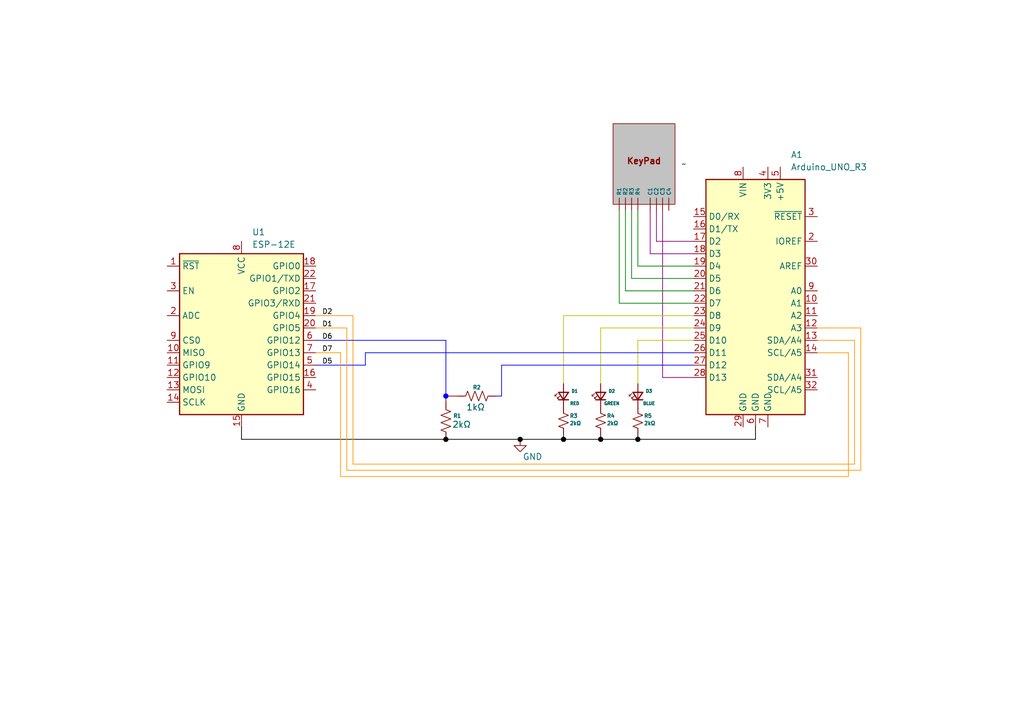
<source format=kicad_sch>
(kicad_sch (version 20250114) (generator "eeschema") (generator_version "9.0")
  (paper "A5")
  (title_block (title "Smart-Lock Wiring Schematic") (date "2025-05-09") (company "Università degli Studi di Cagliari") (comment 1 "Tommaso Caddeo") (comment 2 "Mat. 70/94/00019") (comment 3 "I.E.I.T. - Curriculum Informatica"))
  (lib_symbols
    (symbol "CustomLibrary:KeyPad"
      (symbol "KeyPad_1_1"
        (rectangle (start -6.35 7.62) (end 6.35 -8.89) (fill (type color) (color 194 194 194 1)))
        (text "KeyPad\n" (at 0 0 0) (effects (font (size 1.27 1.27) (thickness 0.254) (bold yes))))
        (pin output line (at -5.08 -10.16 90) (length 2.54) (name "R1") (number ""))
        (pin output line (at -3.81 -10.16 90) (length 2.54) (name "R2") (number ""))
        (pin output line (at -2.54 -10.16 90) (length 2.54) (name "R3") (number ""))
        (pin output line (at -1.27 -10.16 90) (length 2.54) (name "R4") (number ""))
        (pin output line (at 1.27 -10.16 90) (length 2.54) (name "C1") (number ""))
        (pin output line (at 2.54 -10.16 90) (length 2.54) (name "C2") (number ""))
        (pin output line (at 3.81 -10.16 90) (length 2.54) (name "C3") (number ""))
        (pin output line (at 5.08 -10.16 90) (length 2.54) (name "C4") (number ""))
      )
    )
    (symbol "Device:LED_Small" (pin_numbers (hide yes)) (pin_names (offset 0.254) (hide yes))
      (property "Reference" "D" (at -1.27 3.175 0))
      (property "Value" "LED_Small" (at -4.445 -2.54 0))
      (symbol "LED_Small_0_1"
        (polyline (pts (xy -0.762 -1.016) (xy -0.762 1.016)) (stroke (width 0.254)))
        (polyline (pts (xy 0 0.762) (xy -0.508 1.27) (xy -0.254 1.27) (xy -0.508 1.27) (xy -0.508 1.016)))
        (polyline (pts (xy 0.508 1.27) (xy 0 1.778) (xy 0.254 1.778) (xy 0 1.778) (xy 0 1.524)))
        (polyline (pts (xy 0.762 -1.016) (xy -0.762 0) (xy 0.762 1.016) (xy 0.762 -1.016)) (stroke (width 0.254)))
        (polyline (pts (xy 1.016 0) (xy -0.762 0)))
      )
      (symbol "LED_Small_1_1"
        (pin passive line (at -2.54 0 0) (length 1.778) (name "K") (number "1"))
        (pin passive line (at 2.54 0 180) (length 1.778) (name "A") (number "2"))
      )
    )
    (symbol "Device:R_Small_US" (pin_numbers (hide yes)) (pin_names (offset 0.254) (hide yes))
      (property "Reference" "R" (at 0.762 0.508 0))
      (property "Value" "R_Small_US" (at 0.762 -1.016 0))
      (symbol "R_Small_US_1_1"
        (polyline (pts (xy 0 1.524) (xy 1.016 1.143) (xy 0 0.762) (xy -1.016 0.381) (xy 0 0)))
        (polyline (pts (xy 0 0) (xy 1.016 -0.381) (xy 0 -0.762) (xy -1.016 -1.143) (xy 0 -1.524)))
        (pin passive line (at 0 2.54 270) (length 1.016) (name "~") (number "1"))
        (pin passive line (at 0 -2.54 90) (length 1.016) (name "~") (number "2"))
      )
    )
    (symbol "Device:R_US" (pin_numbers (hide yes)) (pin_names (offset 0))
      (property "Reference" "R" (at 2.54 0 90))
      (property "Value" "R_US" (at -2.54 0 90))
      (symbol "R_US_0_1"
        (polyline (pts (xy 0 2.286) (xy 0 2.54)))
        (polyline (pts (xy 0 2.286) (xy 1.016 1.905) (xy 0 1.524) (xy -1.016 1.143) (xy 0 0.762)))
        (polyline (pts (xy 0 0.762) (xy 1.016 0.381) (xy 0 0) (xy -1.016 -0.381) (xy 0 -0.762)))
        (polyline (pts (xy 0 -0.762) (xy 1.016 -1.143) (xy 0 -1.524) (xy -1.016 -1.905) (xy 0 -2.286)))
        (polyline (pts (xy 0 -2.286) (xy 0 -2.54)))
      )
      (symbol "R_US_1_1"
        (pin passive line (at 0 3.81 270) (length 1.27) (name "~") (number "1"))
        (pin passive line (at 0 -3.81 90) (length 1.27) (name "~") (number "2"))
      )
    )
    (symbol "MCU_Module:Arduino_UNO_R3"
      (property "Reference" "A" (at -10.16 23.495 0))
      (property "Value" "Arduino_UNO_R3" (at 5.08 -26.67 0))
      (symbol "Arduino_UNO_R3_0_1"
        (rectangle (start -10.16 22.86) (end 10.16 -25.4) (stroke (width 0.254)) (fill (type background)))
      )
      (symbol "Arduino_UNO_R3_1_1"
        (pin bidirectional line (at -12.7 15.24 0) (length 2.54) (name "D0/RX") (number "15"))
        (pin bidirectional line (at -12.7 12.7 0) (length 2.54) (name "D1/TX") (number "16"))
        (pin bidirectional line (at -12.7 10.16 0) (length 2.54) (name "D2") (number "17"))
        (pin bidirectional line (at -12.7 7.62 0) (length 2.54) (name "D3") (number "18"))
        (pin bidirectional line (at -12.7 5.08 0) (length 2.54) (name "D4") (number "19"))
        (pin bidirectional line (at -12.7 2.54 0) (length 2.54) (name "D5") (number "20"))
        (pin bidirectional line (at -12.7 0 0) (length 2.54) (name "D6") (number "21"))
        (pin bidirectional line (at -12.7 -2.54 0) (length 2.54) (name "D7") (number "22"))
        (pin bidirectional line (at -12.7 -5.08 0) (length 2.54) (name "D8") (number "23"))
        (pin bidirectional line (at -12.7 -7.62 0) (length 2.54) (name "D9") (number "24"))
        (pin bidirectional line (at -12.7 -10.16 0) (length 2.54) (name "D10") (number "25"))
        (pin bidirectional line (at -12.7 -12.7 0) (length 2.54) (name "D11") (number "26"))
        (pin bidirectional line (at -12.7 -15.24 0) (length 2.54) (name "D12") (number "27"))
        (pin bidirectional line (at -12.7 -17.78 0) (length 2.54) (name "D13") (number "28"))
        (pin no_connect line (at -10.16 -20.32 0) (length 2.54) (hide yes) (name "NC") (number "1"))
        (pin power_in line (at -2.54 25.4 270) (length 2.54) (name "VIN") (number "8"))
        (pin power_in line (at -2.54 -27.94 90) (length 2.54) (name "GND") (number "29"))
        (pin power_in line (at 0 -27.94 90) (length 2.54) (name "GND") (number "6"))
        (pin power_out line (at 2.54 25.4 270) (length 2.54) (name "3V3") (number "4"))
        (pin power_in line (at 2.54 -27.94 90) (length 2.54) (name "GND") (number "7"))
        (pin power_out line (at 5.08 25.4 270) (length 2.54) (name "+5V") (number "5"))
        (pin input line (at 12.7 15.24 180) (length 2.54) (name "~{RESET}") (number "3"))
        (pin output line (at 12.7 10.16 180) (length 2.54) (name "IOREF") (number "2"))
        (pin input line (at 12.7 5.08 180) (length 2.54) (name "AREF") (number "30"))
        (pin bidirectional line (at 12.7 0 180) (length 2.54) (name "A0") (number "9"))
        (pin bidirectional line (at 12.7 -2.54 180) (length 2.54) (name "A1") (number "10"))
        (pin bidirectional line (at 12.7 -5.08 180) (length 2.54) (name "A2") (number "11"))
        (pin bidirectional line (at 12.7 -7.62 180) (length 2.54) (name "A3") (number "12"))
        (pin bidirectional line (at 12.7 -10.16 180) (length 2.54) (name "SDA/A4") (number "13"))
        (pin bidirectional line (at 12.7 -12.7 180) (length 2.54) (name "SCL/A5") (number "14"))
        (pin bidirectional line (at 12.7 -17.78 180) (length 2.54) (name "SDA/A4") (number "31"))
        (pin bidirectional line (at 12.7 -20.32 180) (length 2.54) (name "SCL/A5") (number "32"))
      )
    )
    (symbol "RF_Module:ESP-12E"
      (property "Reference" "U" (at -12.7 19.05 0))
      (property "Value" "ESP-12E" (at 12.7 19.05 0))
      (symbol "ESP-12E_0_1"
        (rectangle (start -12.7 17.78) (end 12.7 -15.24) (stroke (width 0.254)) (fill (type background)))
      )
      (symbol "ESP-12E_1_1"
        (pin input line (at -15.24 15.24 0) (length 2.54) (name "~{RST}") (number "1"))
        (pin input line (at -15.24 10.16 0) (length 2.54) (name "EN") (number "3"))
        (pin input line (at -15.24 5.08 0) (length 2.54) (name "ADC") (number "2"))
        (pin input line (at -15.24 0 0) (length 2.54) (name "CS0") (number "9"))
        (pin bidirectional line (at -15.24 -2.54 0) (length 2.54) (name "MISO") (number "10"))
        (pin bidirectional line (at -15.24 -5.08 0) (length 2.54) (name "GPIO9") (number "11"))
        (pin bidirectional line (at -15.24 -7.62 0) (length 2.54) (name "GPIO10") (number "12"))
        (pin bidirectional line (at -15.24 -10.16 0) (length 2.54) (name "MOSI") (number "13"))
        (pin bidirectional line (at -15.24 -12.7 0) (length 2.54) (name "SCLK") (number "14"))
        (pin power_in line (at 0 20.32 270) (length 2.54) (name "VCC") (number "8"))
        (pin power_in line (at 0 -17.78 90) (length 2.54) (name "GND") (number "15"))
        (pin bidirectional line (at 15.24 15.24 180) (length 2.54) (name "GPIO0") (number "18"))
        (pin bidirectional line (at 15.24 12.7 180) (length 2.54) (name "GPIO1/TXD") (number "22"))
        (pin bidirectional line (at 15.24 10.16 180) (length 2.54) (name "GPIO2") (number "17"))
        (pin bidirectional line (at 15.24 7.62 180) (length 2.54) (name "GPIO3/RXD") (number "21"))
        (pin bidirectional line (at 15.24 5.08 180) (length 2.54) (name "GPIO4") (number "19"))
        (pin bidirectional line (at 15.24 2.54 180) (length 2.54) (name "GPIO5") (number "20"))
        (pin bidirectional line (at 15.24 0 180) (length 2.54) (name "GPIO12") (number "6"))
        (pin bidirectional line (at 15.24 -2.54 180) (length 2.54) (name "GPIO13") (number "7"))
        (pin bidirectional line (at 15.24 -5.08 180) (length 2.54) (name "GPIO14") (number "5"))
        (pin bidirectional line (at 15.24 -7.62 180) (length 2.54) (name "GPIO15") (number "16"))
        (pin bidirectional line (at 15.24 -10.16 180) (length 2.54) (name "GPIO16") (number "4"))
      )
    )
    (symbol "power:GND" (power) (pin_numbers (hide yes)) (pin_names (offset 0) (hide yes))
      (property "Value" "GND" (at 0 -3.81 0))
      (symbol "GND_0_1"
        (polyline (pts (xy 0 0) (xy 0 -1.27) (xy 1.27 -1.27) (xy 0 -2.54) (xy -1.27 -1.27) (xy 0 -1.27)))
      )
      (symbol "GND_1_1"
        (pin power_in line (at 0 0 270) (length 0) (name "~") (number "1"))
      )
    )
  )
  (junction (at 91.44 90.17) (color 0 0 0 1))
  (junction (at 91.44 81.28) (color 0 0 255 1))
  (junction (at 106.68 90.17) (color 0 0 0 1))
  (junction (at 115.57 90.17) (color 0 0 0 1))
  (junction (at 123.19 90.17) (color 0 0 0 1))
  (junction (at 130.81 90.17) (color 0 0 0 1))
  (wire (pts (xy 173.99 97.79) (xy 173.99 72.39)) (stroke (width 0) (color 255 153 0 1)))
  (wire (pts (xy 167.64 72.39) (xy 173.99 72.39)) (stroke (width 0) (color 255 153 0 1)))
  (wire (pts (xy 115.57 64.77) (xy 115.57 78.74)) (stroke (width 0) (color 194 194 0 1)))
  (wire (pts (xy 127 62.23) (xy 142.24 62.23)) (stroke (width 0) (color 0 132 0 1)))
  (wire (pts (xy 123.19 90.17) (xy 115.57 90.17)) (stroke (width 0) (color 0 0 0 1)))
  (wire (pts (xy 123.19 67.31) (xy 142.24 67.31)) (stroke (width 0) (color 194 194 0 1)))
  (wire (pts (xy 123.19 88.9) (xy 123.19 90.17)) (stroke (width 0) (color 0 0 0 1)))
  (wire (pts (xy 133.35 43.18) (xy 133.35 52.07)) (stroke (width 0) (color 132 0 132 1)))
  (wire (pts (xy 72.39 64.77) (xy 72.39 95.25)) (stroke (width 0) (color 255 153 0 1)))
  (wire (pts (xy 91.44 69.85) (xy 91.44 81.28)) (stroke (width 0) (color 0 0 255 1)))
  (wire (pts (xy 64.77 72.39) (xy 69.85 72.39)) (stroke (width 0) (color 255 153 0 1)))
  (wire (pts (xy 49.53 87.63) (xy 49.53 90.17)) (stroke (width 0) (color 0 0 0 1)))
  (wire (pts (xy 72.39 95.25) (xy 175.26 95.25)) (stroke (width 0) (color 255 153 0 1)))
  (wire (pts (xy 71.12 96.52) (xy 176.53 96.52)) (stroke (width 0) (color 255 153 0 1)))
  (wire (pts (xy 176.53 96.52) (xy 176.53 67.31)) (stroke (width 0) (color 255 153 0 1)))
  (wire (pts (xy 130.81 69.85) (xy 130.81 78.74)) (stroke (width 0) (color 194 194 0 1)))
  (wire (pts (xy 74.93 72.39) (xy 74.93 74.93)) (stroke (width 0) (color 0 0 255 1)))
  (wire (pts (xy 49.53 90.17) (xy 91.44 90.17)) (stroke (width 0) (color 0 0 0 1)))
  (wire (pts (xy 154.94 90.17) (xy 130.81 90.17)) (stroke (width 0) (color 0 0 0 1)))
  (wire (pts (xy 154.94 87.63) (xy 154.94 90.17)) (stroke (width 0) (color 0 0 0 1)))
  (wire (pts (xy 91.44 81.28) (xy 91.44 82.55)) (stroke (width 0) (color 132 0 0 1)))
  (wire (pts (xy 115.57 88.9) (xy 115.57 90.17)) (stroke (width 0) (color 0 0 0 1)))
  (wire (pts (xy 130.81 43.18) (xy 130.81 54.61)) (stroke (width 0) (color 0 132 0 1)))
  (wire (pts (xy 142.24 64.77) (xy 115.57 64.77)) (stroke (width 0) (color 194 194 0 1)))
  (wire (pts (xy 176.53 67.31) (xy 167.64 67.31)) (stroke (width 0) (color 255 153 0 1)))
  (wire (pts (xy 175.26 69.85) (xy 167.64 69.85)) (stroke (width 0) (color 255 153 0 1)))
  (wire (pts (xy 71.12 67.31) (xy 71.12 96.52)) (stroke (width 0) (color 255 153 0 1)))
  (wire (pts (xy 135.89 43.18) (xy 135.89 77.47)) (stroke (width 0) (color 132 0 132 1)))
  (wire (pts (xy 91.44 90.17) (xy 106.68 90.17)) (stroke (width 0) (color 0 0 0 1)))
  (wire (pts (xy 102.87 74.93) (xy 142.24 74.93)) (stroke (width 0) (color 0 0 255 1)))
  (wire (pts (xy 115.57 90.17) (xy 106.68 90.17)) (stroke (width 0) (color 0 0 0 1)))
  (wire (pts (xy 129.54 57.15) (xy 142.24 57.15)) (stroke (width 0) (color 0 132 0 1)))
  (wire (pts (xy 127 43.18) (xy 127 62.23)) (stroke (width 0) (color 0 132 0 1)))
  (wire (pts (xy 142.24 69.85) (xy 130.81 69.85)) (stroke (width 0) (color 194 194 0 1)))
  (wire (pts (xy 135.89 77.47) (xy 142.24 77.47)) (stroke (width 0) (color 132 0 132 1)))
  (wire (pts (xy 128.27 43.18) (xy 128.27 59.69)) (stroke (width 0) (color 0 132 0 1)))
  (wire (pts (xy 130.81 90.17) (xy 123.19 90.17)) (stroke (width 0) (color 0 0 0 1)))
  (wire (pts (xy 123.19 78.74) (xy 123.19 67.31)) (stroke (width 0) (color 194 194 0 1)))
  (wire (pts (xy 64.77 64.77) (xy 72.39 64.77)) (stroke (width 0) (color 255 153 0 1)))
  (wire (pts (xy 142.24 72.39) (xy 74.93 72.39)) (stroke (width 0) (color 0 0 255 1)))
  (wire (pts (xy 64.77 67.31) (xy 71.12 67.31)) (stroke (width 0) (color 255 153 0 1)))
  (wire (pts (xy 102.87 81.28) (xy 102.87 74.93)) (stroke (width 0) (color 0 0 255 1)))
  (wire (pts (xy 134.62 43.18) (xy 134.62 49.53)) (stroke (width 0) (color 132 0 132 1)))
  (wire (pts (xy 134.62 49.53) (xy 142.24 49.53)) (stroke (width 0) (color 132 0 132 1)))
  (wire (pts (xy 175.26 95.25) (xy 175.26 69.85)) (stroke (width 0) (color 255 153 0 1)))
  (wire (pts (xy 130.81 88.9) (xy 130.81 90.17)) (stroke (width 0) (color 0 0 0 1)))
  (wire (pts (xy 91.44 81.28) (xy 93.98 81.28)) (stroke (width 0) (color 132 0 0 1)))
  (wire (pts (xy 64.77 69.85) (xy 91.44 69.85)) (stroke (width 0) (color 0 0 255 1)))
  (wire (pts (xy 129.54 43.18) (xy 129.54 57.15)) (stroke (width 0) (color 0 132 0 1)))
  (wire (pts (xy 133.35 52.07) (xy 142.24 52.07)) (stroke (width 0) (color 132 0 132 1)))
  (wire (pts (xy 69.85 72.39) (xy 69.85 97.79)) (stroke (width 0) (color 255 153 0 1)))
  (wire (pts (xy 128.27 59.69) (xy 142.24 59.69)) (stroke (width 0) (color 0 132 0 1)))
  (wire (pts (xy 130.81 54.61) (xy 142.24 54.61)) (stroke (width 0) (color 0 132 0 1)))
  (wire (pts (xy 102.87 81.28) (xy 101.6 81.28)) (stroke (width 0) (color 0 0 255 1)))
  (wire (pts (xy 64.77 74.93) (xy 74.93 74.93)) (stroke (width 0) (color 0 0 255 1)))
  (wire (pts (xy 69.85 97.79) (xy 173.99 97.79)) (stroke (width 0) (color 255 153 0 1)))
  (label "D2" (at 66.04 64.77 0) (effects (font (size 1.016 1.016))))
  (label "D5" (at 66.04 74.93 0) (effects (font (size 1.016 1.016))))
  (label "D6" (at 66.04 69.85 0) (effects (font (size 1.016 1.016))))
  (label "D1" (at 66.04 67.31 0) (effects (font (size 1.016 1.016))))
  (label "D7" (at 66.04 72.39 0) (effects (font (size 1.016 1.016))))
  (symbol (lib_id "Device:LED_Small") (at 130.81 81.28 90) (unit 1)
    (property "Reference" "D3" (at 133.096 80.264 90) (effects (font (size 0.635 0.635))))
    (property "Value" "BLUE" (at 133.096 82.804 90) (effects (font (size 0.635 0.635))))
    (property "Description" "Light emitting diode, small symbol" (effects (hide yes)))
    (property "Sim.Pin" "1=K 2=A" (effects (hide yes)))
  )
  (symbol (lib_id "Device:R_Small_US") (at 130.81 86.36 0) (unit 1)
    (property "Reference" "R5" (at 132.08 85.344 0) (effects (font (size 0.762 0.762)) (justify left)))
    (property "Value" "2kΩ" (at 132.08 86.868 0) (effects (font (size 0.762 0.762)) (justify left)))
    (property "Description" "Resistor, small US symbol" (effects (hide yes)))
  )
  (symbol (lib_id "Device:R_US") (at 91.44 86.36 0) (unit 1)
    (property "Reference" "R1" (at 92.964 85.344 0) (effects (font (size 0.762 0.762)) (justify left)))
    (property "Value" "2kΩ" (at 92.71 87.122 0) (effects (justify left)))
    (property "Description" "Resistor, US symbol" (effects (hide yes)))
  )
  (symbol (lib_id "CustomLibrary:KeyPad") (at 132.08 33.02 0) (unit 1)
    (property "Reference" "KeyPad1" (effects (hide yes)))
    (property "Value" "~" (at 139.7 33.655 0) (effects (justify left)))
  )
  (symbol (lib_id "Device:R_Small_US") (at 115.57 86.36 0) (unit 1)
    (property "Reference" "R3" (at 116.84 85.344 0) (effects (font (size 0.762 0.762)) (justify left)))
    (property "Value" "2kΩ" (at 116.84 86.868 0) (effects (font (size 0.762 0.762)) (justify left)))
    (property "Description" "Resistor, small US symbol" (effects (hide yes)))
  )
  (symbol (lib_id "Device:R_Small_US") (at 123.19 86.36 0) (unit 1)
    (property "Reference" "R4" (at 124.46 85.344 0) (effects (font (size 0.762 0.762)) (justify left)))
    (property "Value" "2kΩ" (at 124.46 86.868 0) (effects (font (size 0.762 0.762)) (justify left)))
    (property "Description" "Resistor, small US symbol" (effects (hide yes)))
  )
  (symbol (lib_id "power:GND") (at 106.68 90.17 0) (unit 1)
    (property "Reference" "#PWR01" (effects (hide yes)))
    (property "Value" "GND" (at 109.22 93.726 0))
    (property "Description" "Power symbol creates a global label with name \"GND\" , ground" (effects (hide yes)))
  )
  (symbol (lib_id "RF_Module:ESP-12E") (at 49.53 69.85 0) (unit 1)
    (property "Reference" "U1" (at 51.6733 47.6335 0) (effects (justify left)))
    (property "Value" "ESP-12E" (at 51.6733 50.1735 0) (effects (justify left)))
    (property "Footprint" "RF_Module:ESP-12E" (effects (hide yes)))
    (property "Datasheet" "http://wiki.ai-thinker.com/_media/esp8266/esp8266_series_modules_user_manual_v1.1.pdf" (effects (hide yes)))
    (property "Description" "802.11 b/g/n Wi-Fi Module" (effects (hide yes)))
  )
  (symbol (lib_id "Device:LED_Small") (at 123.19 81.28 90) (unit 1)
    (property "Reference" "D2" (at 125.476 80.264 90) (effects (font (size 0.635 0.635))))
    (property "Value" "GREEN" (at 125.476 82.804 90) (effects (font (size 0.635 0.635))))
    (property "Description" "Light emitting diode, small symbol" (effects (hide yes)))
    (property "Sim.Pin" "1=K 2=A" (effects (hide yes)))
  )
  (symbol (lib_id "MCU_Module:Arduino_UNO_R3") (at 154.94 59.69 0) (unit 1)
    (property "Reference" "A1" (at 162.1633 31.75 0) (effects (justify left)))
    (property "Value" "Arduino_UNO_R3" (at 162.1633 34.29 0) (effects (justify left)))
    (property "Footprint" "Module:Arduino_UNO_R3" (effects (hide yes)))
    (property "Datasheet" "https://www.arduino.cc/en/Main/arduinoBoardUno" (effects (hide yes)))
    (property "Description" "Arduino UNO Microcontroller Module, release 3" (effects (hide yes)))
  )
  (symbol (lib_id "Device:R_US") (at 97.79 81.28 90) (unit 1)
    (property "Reference" "R2" (at 97.79 79.502 90) (effects (font (size 0.762 0.762))))
    (property "Value" "1kΩ" (at 97.536 83.566 90))
    (property "Description" "Resistor, US symbol" (effects (hide yes)))
  )
  (symbol (lib_id "Device:LED_Small") (at 115.57 81.28 90) (unit 1)
    (property "Reference" "D1" (at 117.856 80.264 90) (effects (font (size 0.635 0.635))))
    (property "Value" "RED" (at 117.856 82.804 90) (effects (font (size 0.635 0.635))))
    (property "Description" "Light emitting diode, small symbol" (effects (hide yes)))
    (property "Sim.Pin" "1=K 2=A" (effects (hide yes)))
  )
)
</source>
